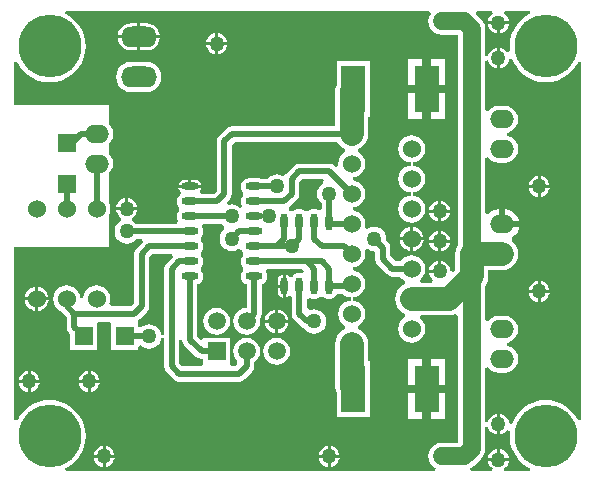
<source format=gbl>
G04 Layer_Physical_Order=2*
G04 Layer_Color=16711680*
%FSLAX25Y25*%
%MOIN*%
G70*
G01*
G75*
%ADD11R,0.05906X0.05906*%
%ADD13R,0.05906X0.05906*%
%ADD17C,0.07874*%
%ADD18C,0.05906*%
%ADD19C,0.01969*%
%ADD20O,0.08000X0.06000*%
%ADD21C,0.06000*%
%ADD22C,0.05906*%
%ADD23C,0.20945*%
%ADD24O,0.12000X0.07000*%
%ADD25C,0.05000*%
%ADD26O,0.05709X0.02362*%
%ADD27R,0.08268X0.15748*%
%ADD28O,0.02362X0.05709*%
G36*
X147414Y141732D02*
X147606Y141337D01*
X147685Y140732D01*
X147110Y140292D01*
X146549Y139560D01*
X146196Y138709D01*
X146142Y138295D01*
X153071D01*
X153016Y138709D01*
X152664Y139560D01*
X152102Y140292D01*
X151528Y140732D01*
X151606Y141337D01*
X151798Y141732D01*
X159970D01*
X160169Y140732D01*
X159902Y140622D01*
X158295Y139637D01*
X156862Y138413D01*
X155639Y136980D01*
X154654Y135373D01*
X153933Y133632D01*
X153493Y131800D01*
X153345Y129921D01*
X153472Y128300D01*
X152496Y127968D01*
X152102Y128481D01*
X151371Y129042D01*
X150520Y129394D01*
X150106Y129449D01*
Y125984D01*
Y122520D01*
X150520Y122574D01*
X151371Y122927D01*
X152102Y123488D01*
X152664Y124219D01*
X153016Y125071D01*
X153090Y125631D01*
X154116Y125766D01*
X154654Y124469D01*
X155639Y122862D01*
X156862Y121429D01*
X158295Y120205D01*
X159902Y119221D01*
X161643Y118500D01*
X163476Y118060D01*
X165354Y117912D01*
X167233Y118060D01*
X169065Y118500D01*
X170807Y119221D01*
X172413Y120205D01*
X173846Y121429D01*
X175070Y122862D01*
X176055Y124469D01*
X176165Y124736D01*
X177165Y124537D01*
Y5384D01*
X176165Y5186D01*
X176055Y5452D01*
X175070Y7059D01*
X173846Y8492D01*
X172413Y9716D01*
X170807Y10701D01*
X169065Y11422D01*
X167233Y11862D01*
X165354Y12009D01*
X163476Y11862D01*
X161643Y11422D01*
X159902Y10701D01*
X158295Y9716D01*
X156862Y8492D01*
X155639Y7059D01*
X154654Y5452D01*
X154116Y4155D01*
X153090Y4290D01*
X153016Y4851D01*
X152664Y5702D01*
X152102Y6433D01*
X151371Y6994D01*
X150520Y7347D01*
X150106Y7401D01*
Y3937D01*
Y473D01*
X150520Y527D01*
X151371Y880D01*
X152102Y1441D01*
X152496Y1953D01*
X153472Y1621D01*
X153345Y0D01*
X153493Y-1879D01*
X153933Y-3711D01*
X154654Y-5452D01*
X155639Y-7059D01*
X156862Y-8492D01*
X158295Y-9716D01*
X159902Y-10701D01*
X160169Y-10811D01*
X159970Y-11811D01*
X151798D01*
X151606Y-11416D01*
X151528Y-10811D01*
X152102Y-10370D01*
X152664Y-9639D01*
X153016Y-8788D01*
X153071Y-8374D01*
X146142D01*
X146196Y-8788D01*
X146549Y-9639D01*
X147110Y-10370D01*
X147685Y-10811D01*
X147606Y-11416D01*
X147414Y-11811D01*
X140367D01*
X140168Y-10811D01*
X140435Y-10701D01*
X141365Y-9987D01*
X143865Y-7487D01*
X143865Y-7487D01*
X144578Y-6557D01*
X145027Y-5473D01*
X145180Y-4311D01*
Y3081D01*
X146180Y3147D01*
X146196Y3023D01*
X146549Y2172D01*
X147110Y1441D01*
X147841Y880D01*
X148693Y527D01*
X149106Y473D01*
Y3937D01*
Y7401D01*
X148693Y7347D01*
X147841Y6994D01*
X147110Y6433D01*
X146549Y5702D01*
X146196Y4851D01*
X146180Y4727D01*
X145180Y4793D01*
Y22530D01*
X146180Y22870D01*
X146479Y22479D01*
X147420Y21758D01*
X148514Y21305D01*
X149689Y21150D01*
X151689D01*
X152864Y21305D01*
X153958Y21758D01*
X154898Y22479D01*
X155620Y23420D01*
X156073Y24514D01*
X156228Y25689D01*
X156073Y26864D01*
X155620Y27958D01*
X154898Y28898D01*
X153958Y29620D01*
X152864Y30073D01*
X152615Y30106D01*
Y31115D01*
X152864Y31147D01*
X153958Y31601D01*
X154898Y32322D01*
X155620Y33262D01*
X156073Y34357D01*
X156228Y35531D01*
X156073Y36706D01*
X155620Y37801D01*
X154898Y38741D01*
X153958Y39462D01*
X152864Y39916D01*
X151689Y40070D01*
X149689D01*
X148514Y39916D01*
X147420Y39462D01*
X146479Y38741D01*
X146180Y38351D01*
X145180Y38690D01*
Y50111D01*
X145438Y50447D01*
X145986Y51770D01*
X146173Y53189D01*
Y55205D01*
X150689D01*
X152108Y55392D01*
X153431Y55940D01*
X154567Y56811D01*
X155438Y57947D01*
X155986Y59270D01*
X155993Y59320D01*
X156073Y59514D01*
X156228Y60689D01*
X156073Y61864D01*
X155993Y62058D01*
X155986Y62108D01*
X155438Y63431D01*
X154567Y64567D01*
X153977Y65019D01*
X154128Y66164D01*
X154195Y66192D01*
X155233Y66988D01*
X156029Y68026D01*
X156530Y69235D01*
X156571Y69547D01*
X150689D01*
Y70531D01*
X149705D01*
Y75543D01*
X149689D01*
X148392Y75372D01*
X147183Y74871D01*
X146180Y74102D01*
X146018Y74126D01*
X145180Y74460D01*
Y92530D01*
X146180Y92870D01*
X146479Y92479D01*
X147420Y91758D01*
X148514Y91305D01*
X149689Y91150D01*
X151689D01*
X152864Y91305D01*
X153958Y91758D01*
X154898Y92479D01*
X155620Y93420D01*
X156073Y94514D01*
X156228Y95689D01*
X156073Y96864D01*
X155620Y97958D01*
X154898Y98898D01*
X153958Y99620D01*
X152864Y100073D01*
X152615Y100106D01*
Y101115D01*
X152864Y101147D01*
X153958Y101601D01*
X154898Y102322D01*
X155620Y103262D01*
X156073Y104357D01*
X156228Y105532D01*
X156073Y106706D01*
X155620Y107801D01*
X154898Y108741D01*
X153958Y109462D01*
X152864Y109916D01*
X151689Y110070D01*
X149689D01*
X148514Y109916D01*
X147420Y109462D01*
X146479Y108741D01*
X146180Y108351D01*
X145180Y108690D01*
Y125128D01*
X146180Y125194D01*
X146196Y125071D01*
X146549Y124219D01*
X147110Y123488D01*
X147841Y122927D01*
X148693Y122574D01*
X149106Y122520D01*
Y125984D01*
Y129449D01*
X148693Y129394D01*
X147841Y129042D01*
X147110Y128481D01*
X146549Y127749D01*
X146196Y126898D01*
X146180Y126775D01*
X145180Y126840D01*
Y135689D01*
X145027Y136851D01*
X144578Y137935D01*
X143865Y138865D01*
X143865Y138865D01*
X141997Y140732D01*
X142411Y141732D01*
X147414D01*
D02*
G37*
G36*
X95940Y97947D02*
X96811Y96811D01*
X97947Y95940D01*
X98470Y95723D01*
Y94641D01*
X98420Y94620D01*
X97479Y93898D01*
X96758Y92958D01*
X96305Y91864D01*
X96150Y90689D01*
X96221Y90154D01*
X95274Y89687D01*
X94980Y89980D01*
X94158Y90529D01*
X93189Y90722D01*
X83189D01*
X82220Y90529D01*
X81398Y89980D01*
X78898Y87480D01*
X78699Y87182D01*
X77832Y86746D01*
X77363Y86825D01*
X76733Y87086D01*
X75689Y87224D01*
X74645Y87086D01*
X73672Y86683D01*
X72836Y86042D01*
X72591Y85722D01*
X70753D01*
X70562Y85801D01*
X69862Y85893D01*
X66516D01*
X65816Y85801D01*
X65164Y85531D01*
X64604Y85101D01*
X64174Y84541D01*
X63904Y83889D01*
X63811Y83189D01*
X63904Y82489D01*
X64174Y81837D01*
X64604Y81277D01*
Y80101D01*
X64174Y79541D01*
X63904Y78889D01*
X63811Y78189D01*
X63904Y77489D01*
X64174Y76837D01*
X64302Y76670D01*
X63542Y76042D01*
X62706Y76683D01*
X61733Y77086D01*
X60689Y77223D01*
X59645Y77086D01*
X59538Y77042D01*
X58972Y77890D01*
X59980Y78898D01*
X60529Y79720D01*
X60722Y80689D01*
Y97140D01*
X61738Y98156D01*
X95853D01*
X95940Y97947D01*
D02*
G37*
G36*
X91460Y85385D02*
X91172Y84183D01*
X90336Y83542D01*
X89695Y82706D01*
X89292Y81733D01*
X89154Y80689D01*
X89292Y79645D01*
X89695Y78672D01*
X90336Y77836D01*
X90656Y77591D01*
Y75837D01*
X89656Y75344D01*
X89541Y75432D01*
X88889Y75703D01*
X88189Y75795D01*
X87489Y75703D01*
X86837Y75432D01*
X86277Y75003D01*
X85101D01*
X84541Y75432D01*
X83889Y75703D01*
X83189Y75795D01*
X82489Y75703D01*
X81837Y75432D01*
X81277Y75003D01*
X80101D01*
X79911Y75149D01*
X79852Y76190D01*
X79920Y76358D01*
X79980Y76398D01*
X82480Y78898D01*
X83029Y79720D01*
X83222Y80689D01*
Y84640D01*
X84238Y85656D01*
X91272D01*
X91460Y85385D01*
D02*
G37*
G36*
X126535Y141732D02*
X127028Y140732D01*
X126799Y140435D01*
X126351Y139351D01*
X126198Y138189D01*
X126351Y137027D01*
X126799Y135943D01*
X127513Y135013D01*
X128443Y134300D01*
X129527Y133851D01*
X130689Y133698D01*
X136198D01*
Y63767D01*
X135940Y63431D01*
X135392Y62108D01*
X135205Y60689D01*
Y55461D01*
X134508Y54763D01*
X133989Y54889D01*
X133507Y55177D01*
X133410Y55914D01*
X133057Y56765D01*
X132496Y57496D01*
X131765Y58057D01*
X130914Y58410D01*
X130500Y58464D01*
Y55000D01*
X130000D01*
Y54500D01*
X126536D01*
X126590Y54086D01*
X126943Y53235D01*
X127504Y52504D01*
X127935Y52173D01*
X127595Y51173D01*
X123838D01*
X123499Y52173D01*
X123898Y52479D01*
X124620Y53420D01*
X125073Y54514D01*
X125228Y55689D01*
X125073Y56864D01*
X124620Y57958D01*
X123898Y58898D01*
X122958Y59620D01*
X121864Y60073D01*
X120689Y60228D01*
X119514Y60073D01*
X118420Y59620D01*
X117480Y58898D01*
X116960Y58222D01*
X115320D01*
X113575Y59967D01*
Y62836D01*
X113382Y63805D01*
X112833Y64627D01*
X112171Y65289D01*
X112223Y65689D01*
X112086Y66733D01*
X111683Y67706D01*
X111042Y68542D01*
X110206Y69183D01*
X109233Y69586D01*
X108189Y69723D01*
X107145Y69586D01*
X106172Y69183D01*
X105947Y69010D01*
X105294Y69387D01*
X105086Y69610D01*
X105228Y70689D01*
X105073Y71864D01*
X104620Y72958D01*
X103898Y73898D01*
X102958Y74620D01*
X101864Y75073D01*
X101017Y75185D01*
Y76193D01*
X101864Y76305D01*
X102958Y76758D01*
X103898Y77479D01*
X104620Y78420D01*
X105073Y79514D01*
X105228Y80689D01*
X105073Y81864D01*
X104620Y82958D01*
X103898Y83898D01*
X102958Y84620D01*
X101864Y85073D01*
X101017Y85185D01*
Y86193D01*
X101864Y86305D01*
X102958Y86758D01*
X103898Y87480D01*
X104620Y88420D01*
X105073Y89514D01*
X105228Y90689D01*
X105073Y91864D01*
X104620Y92958D01*
X103898Y93898D01*
X102958Y94620D01*
X102908Y94641D01*
Y95723D01*
X103431Y95940D01*
X104567Y96811D01*
X105438Y97947D01*
X105986Y99270D01*
X106173Y100689D01*
Y106315D01*
X106913D01*
Y125063D01*
X95646D01*
Y117130D01*
X95392Y116518D01*
X95205Y115098D01*
Y112598D01*
Y103222D01*
X60689D01*
X59720Y103029D01*
X58898Y102480D01*
X56398Y99980D01*
X55849Y99158D01*
X55656Y98189D01*
Y81738D01*
X54640Y80722D01*
X50439D01*
X50169Y81245D01*
X50048Y81722D01*
X50460Y82338D01*
X50530Y82689D01*
X46732D01*
Y83189D01*
D01*
Y82689D01*
X42935D01*
X43005Y82338D01*
X43487Y81616D01*
X43574Y81558D01*
X43632Y81112D01*
X43523Y80390D01*
X43147Y80101D01*
X42717Y79541D01*
X42447Y78889D01*
X42355Y78189D01*
X42447Y77489D01*
X42717Y76837D01*
X43147Y76277D01*
Y75101D01*
X42717Y74541D01*
X42447Y73889D01*
X42355Y73189D01*
X42447Y72489D01*
X42717Y71837D01*
X42805Y71722D01*
X42312Y70722D01*
X28787D01*
X28542Y71042D01*
X27706Y71683D01*
X27551Y71747D01*
X27480Y72516D01*
X27522Y72842D01*
X28185Y73350D01*
X28746Y74081D01*
X29099Y74933D01*
X29153Y75346D01*
X22225D01*
X22279Y74933D01*
X22632Y74081D01*
X23193Y73350D01*
X23856Y72842D01*
X23898Y72516D01*
X23827Y71747D01*
X23672Y71683D01*
X22836Y71042D01*
X22195Y70206D01*
X21792Y69233D01*
X21655Y68189D01*
X21792Y67145D01*
X22195Y66172D01*
X22836Y65336D01*
X23672Y64695D01*
X24645Y64292D01*
X25689Y64154D01*
X26733Y64292D01*
X27706Y64695D01*
X28542Y65336D01*
X28787Y65656D01*
X30660D01*
X31074Y64656D01*
X28898Y62480D01*
X28349Y61658D01*
X28156Y60689D01*
Y44238D01*
X27140Y43222D01*
X20620D01*
X19952Y44222D01*
X20073Y44514D01*
X20228Y45689D01*
X20073Y46864D01*
X19620Y47958D01*
X18898Y48898D01*
X17958Y49620D01*
X16864Y50073D01*
X15689Y50228D01*
X14514Y50073D01*
X13420Y49620D01*
X12479Y48898D01*
X11758Y47958D01*
X11305Y46864D01*
X11193Y46017D01*
X10185D01*
X10073Y46864D01*
X9620Y47958D01*
X8898Y48898D01*
X7958Y49620D01*
X6864Y50073D01*
X5689Y50228D01*
X4514Y50073D01*
X3420Y49620D01*
X2479Y48898D01*
X1758Y47958D01*
X1305Y46864D01*
X1150Y45689D01*
X1305Y44514D01*
X1758Y43420D01*
X2479Y42480D01*
X3420Y41758D01*
X3748Y41622D01*
X3898Y41398D01*
X5656Y39640D01*
Y36299D01*
X5849Y35330D01*
X6398Y34508D01*
X6847Y34060D01*
Y28736D01*
X15752D01*
Y37642D01*
X16539Y38156D01*
X19839D01*
X20626Y37642D01*
X20626Y37156D01*
Y28736D01*
X29531D01*
Y29742D01*
X29854Y29980D01*
X30531Y30186D01*
X31172Y29695D01*
X32145Y29292D01*
X33189Y29155D01*
X34233Y29292D01*
X35206Y29695D01*
X36042Y30336D01*
X36683Y31172D01*
X37086Y32145D01*
X37156Y32677D01*
X38156Y32611D01*
Y23189D01*
X38349Y22220D01*
X38898Y21398D01*
X41398Y18898D01*
X42220Y18349D01*
X43189Y18156D01*
X63189D01*
X64158Y18349D01*
X64980Y18898D01*
X67480Y21398D01*
X68029Y22220D01*
X68222Y23189D01*
Y24520D01*
X68865Y25013D01*
X69578Y25943D01*
X70027Y27027D01*
X70180Y28189D01*
X70027Y29351D01*
X69578Y30435D01*
X68865Y31365D01*
X67935Y32078D01*
X66851Y32527D01*
X65689Y32680D01*
X64527Y32527D01*
X63443Y32078D01*
X62513Y31365D01*
X61800Y30435D01*
X61351Y29351D01*
X61198Y28189D01*
X61351Y27027D01*
X61800Y25943D01*
X62513Y25013D01*
X62526Y25004D01*
X62594Y24018D01*
X61832Y23222D01*
X60929D01*
X60142Y23736D01*
Y32642D01*
X51236D01*
Y32530D01*
X50312Y32148D01*
X49265Y33195D01*
Y50643D01*
X49758Y50847D01*
X50318Y51277D01*
X50748Y51837D01*
X51018Y52489D01*
X51110Y53189D01*
X51018Y53889D01*
X50748Y54541D01*
X50318Y55101D01*
Y56277D01*
X50748Y56837D01*
X51018Y57489D01*
X51110Y58189D01*
X51018Y58889D01*
X50748Y59541D01*
X50318Y60101D01*
Y61277D01*
X50748Y61837D01*
X51018Y62489D01*
X51110Y63189D01*
X51018Y63889D01*
X50748Y64541D01*
X50318Y65101D01*
Y66277D01*
X50748Y66837D01*
X51018Y67489D01*
X51110Y68189D01*
X51018Y68889D01*
X50748Y69541D01*
X50659Y69656D01*
X51152Y70656D01*
X57591D01*
X57836Y70336D01*
X58222Y70040D01*
X58242Y70001D01*
Y68877D01*
X58222Y68838D01*
X57836Y68542D01*
X57195Y67706D01*
X56792Y66733D01*
X56655Y65689D01*
X56792Y64645D01*
X57195Y63672D01*
X57836Y62836D01*
X58672Y62195D01*
X59645Y61792D01*
X60689Y61655D01*
X61733Y61792D01*
X62706Y62195D01*
X62914Y62355D01*
X63064Y62375D01*
X64104Y62007D01*
X64174Y61837D01*
X64604Y61277D01*
Y60101D01*
X64174Y59541D01*
X63904Y58889D01*
X63811Y58189D01*
X63904Y57489D01*
X64174Y56837D01*
X64604Y56277D01*
Y55101D01*
X64174Y54541D01*
X63904Y53889D01*
X63811Y53189D01*
X63904Y52489D01*
X64174Y51837D01*
X64604Y51277D01*
X65164Y50847D01*
X65656Y50643D01*
Y42676D01*
X64527Y42527D01*
X63443Y42078D01*
X62513Y41365D01*
X61800Y40435D01*
X61351Y39351D01*
X61198Y38189D01*
X61351Y37027D01*
X61800Y35943D01*
X62513Y35013D01*
X63443Y34299D01*
X64527Y33851D01*
X65689Y33698D01*
X66851Y33851D01*
X67935Y34299D01*
X68865Y35013D01*
X69578Y35943D01*
X70027Y37027D01*
X70180Y38189D01*
X70069Y39031D01*
X70529Y39720D01*
X70722Y40689D01*
Y50643D01*
X71214Y50847D01*
X71774Y51277D01*
X72204Y51837D01*
X72474Y52489D01*
X72566Y53189D01*
X72474Y53889D01*
X72204Y54541D01*
X72116Y54656D01*
X72609Y55656D01*
X84270D01*
X85017Y54812D01*
X85016Y54808D01*
X83908Y54238D01*
X83889Y54246D01*
X83189Y54338D01*
X82489Y54246D01*
X81837Y53976D01*
X81277Y53546D01*
X80988Y53170D01*
X80266Y53061D01*
X79820Y53119D01*
X79761Y53206D01*
X79040Y53688D01*
X78689Y53758D01*
Y49961D01*
Y46163D01*
X79040Y46233D01*
X79656Y46644D01*
X80133Y46524D01*
X80656Y46254D01*
Y40689D01*
X80849Y39720D01*
X81398Y38898D01*
X83898Y36398D01*
X84720Y35849D01*
X84983Y35796D01*
X85336Y35336D01*
X86172Y34695D01*
X87145Y34292D01*
X88189Y34154D01*
X89233Y34292D01*
X90206Y34695D01*
X91042Y35336D01*
X91683Y36172D01*
X92086Y37145D01*
X92224Y38189D01*
X92086Y39233D01*
X91683Y40206D01*
X91042Y41042D01*
X90206Y41683D01*
X89233Y42086D01*
X88189Y42224D01*
X87145Y42086D01*
X86722Y41911D01*
X85722Y42540D01*
Y45540D01*
X86722Y46034D01*
X86837Y45946D01*
X87489Y45675D01*
X88189Y45583D01*
X88889Y45675D01*
X89541Y45946D01*
X90101Y46375D01*
X91277D01*
X91837Y45946D01*
X92489Y45675D01*
X93189Y45583D01*
X93889Y45675D01*
X94541Y45946D01*
X95101Y46375D01*
X95531Y46935D01*
X95735Y47428D01*
X97547D01*
X98420Y46758D01*
X99514Y46305D01*
X100034Y46236D01*
X100361Y46193D01*
Y45185D01*
X100034Y45142D01*
X99514Y45073D01*
X98420Y44620D01*
X97479Y43898D01*
X96758Y42958D01*
X96305Y41864D01*
X96150Y40689D01*
X96305Y39514D01*
X96758Y38420D01*
X97479Y37479D01*
X98420Y36758D01*
X98470Y36737D01*
Y35655D01*
X97947Y35438D01*
X96811Y34567D01*
X95940Y33431D01*
X95392Y32108D01*
X95205Y30689D01*
Y16280D01*
X95392Y14860D01*
X95646Y14248D01*
Y6315D01*
X106913D01*
Y25063D01*
X106173D01*
Y30689D01*
X105986Y32108D01*
X105438Y33431D01*
X104567Y34567D01*
X103431Y35438D01*
X102908Y35655D01*
Y36737D01*
X102958Y36758D01*
X103898Y37479D01*
X104620Y38420D01*
X105073Y39514D01*
X105228Y40689D01*
X105073Y41864D01*
X104620Y42958D01*
X103898Y43898D01*
X102958Y44620D01*
X101864Y45073D01*
X101343Y45142D01*
X101017Y45185D01*
Y46193D01*
X101343Y46236D01*
X101864Y46305D01*
X102958Y46758D01*
X103898Y47480D01*
X104620Y48420D01*
X105073Y49514D01*
X105228Y50689D01*
X105073Y51864D01*
X104620Y52958D01*
X103898Y53898D01*
X102958Y54620D01*
X101864Y55073D01*
X101017Y55185D01*
Y56193D01*
X101864Y56305D01*
X102958Y56758D01*
X103898Y57480D01*
X104620Y58420D01*
X105073Y59514D01*
X105228Y60689D01*
X105086Y61768D01*
X105294Y61991D01*
X105947Y62367D01*
X106172Y62195D01*
X107145Y61792D01*
X108189Y61655D01*
X108509Y61374D01*
Y58918D01*
X108702Y57949D01*
X109251Y57127D01*
X112480Y53898D01*
X113302Y53349D01*
X114271Y53156D01*
X116960D01*
X117480Y52479D01*
X118420Y51758D01*
X118470Y51737D01*
Y50655D01*
X117947Y50438D01*
X116811Y49567D01*
X115940Y48431D01*
X115392Y47108D01*
X115205Y45689D01*
X115392Y44270D01*
X115940Y42947D01*
X116811Y41811D01*
X117947Y40940D01*
X118470Y40723D01*
Y39641D01*
X118420Y39620D01*
X117480Y38898D01*
X116758Y37958D01*
X116305Y36864D01*
X116150Y35689D01*
X116305Y34514D01*
X116758Y33420D01*
X117480Y32480D01*
X118420Y31758D01*
X119514Y31305D01*
X120689Y31150D01*
X121864Y31305D01*
X122958Y31758D01*
X123898Y32480D01*
X124620Y33420D01*
X125073Y34514D01*
X125228Y35689D01*
X125073Y36864D01*
X124620Y37958D01*
X123898Y38898D01*
X123499Y39205D01*
X123838Y40205D01*
X133189D01*
X134608Y40392D01*
X135270Y40666D01*
X136198Y39968D01*
Y-2320D01*
X130689D01*
X129527Y-2473D01*
X128443Y-2922D01*
X127513Y-3635D01*
X126799Y-4565D01*
X126351Y-5649D01*
X126198Y-6811D01*
X126351Y-7973D01*
X126799Y-9057D01*
X127513Y-9987D01*
X128443Y-10701D01*
X128710Y-10811D01*
X128511Y-11811D01*
X5384Y-11811D01*
X5185Y-10811D01*
X5452Y-10701D01*
X7059Y-9716D01*
X8492Y-8492D01*
X9716Y-7059D01*
X10701Y-5452D01*
X11422Y-3711D01*
X11862Y-1879D01*
X12009Y0D01*
X11862Y1879D01*
X11422Y3711D01*
X10701Y5452D01*
X9716Y7059D01*
X8492Y8492D01*
X7059Y9716D01*
X5452Y10701D01*
X3711Y11422D01*
X1879Y11862D01*
X0Y12009D01*
X-1879Y11862D01*
X-3711Y11422D01*
X-5452Y10701D01*
X-7059Y9716D01*
X-8492Y8492D01*
X-9716Y7059D01*
X-10701Y5452D01*
X-10811Y5185D01*
X-11811Y5384D01*
Y62992D01*
X19685D01*
Y73577D01*
X20073Y74514D01*
X20228Y75689D01*
X20073Y76864D01*
X19685Y77801D01*
Y87473D01*
X19898Y87637D01*
X20620Y88577D01*
X21073Y89672D01*
X21228Y90847D01*
X21073Y92021D01*
X20620Y93116D01*
X19898Y94056D01*
X19685Y94220D01*
Y97316D01*
X19898Y97479D01*
X20620Y98420D01*
X21073Y99514D01*
X21228Y100689D01*
X21073Y101864D01*
X20620Y102958D01*
X19898Y103898D01*
X19685Y104062D01*
Y110236D01*
X-11811D01*
Y124537D01*
X-10811Y124736D01*
X-10701Y124469D01*
X-9716Y122862D01*
X-8492Y121429D01*
X-7059Y120205D01*
X-5452Y119221D01*
X-3711Y118500D01*
X-1879Y118060D01*
X0Y117912D01*
X1879Y118060D01*
X3711Y118500D01*
X5452Y119221D01*
X7059Y120205D01*
X8492Y121429D01*
X9716Y122862D01*
X10701Y124469D01*
X11422Y126210D01*
X11862Y128043D01*
X12009Y129921D01*
X11862Y131800D01*
X11422Y133632D01*
X10701Y135373D01*
X9716Y136980D01*
X8492Y138413D01*
X7059Y139637D01*
X5452Y140622D01*
X5185Y140732D01*
X5384Y141732D01*
X126535Y141732D01*
D02*
G37*
G36*
X41074Y59656D02*
X38898Y57480D01*
X38349Y56658D01*
X38156Y55689D01*
Y33767D01*
X37156Y33701D01*
X37086Y34233D01*
X36683Y35206D01*
X36042Y36042D01*
X35206Y36683D01*
X34233Y37086D01*
X33189Y37224D01*
X32145Y37086D01*
X31172Y36683D01*
X30531Y36192D01*
X29854Y36398D01*
X29531Y36636D01*
Y37481D01*
X29531Y37642D01*
X29572Y38625D01*
X29980Y38898D01*
X32480Y41398D01*
X33029Y42220D01*
X33222Y43189D01*
Y59640D01*
X34238Y60656D01*
X40660D01*
X41074Y59656D01*
D02*
G37*
G36*
X44392Y31176D02*
X44941Y30355D01*
X48898Y26398D01*
X49720Y25849D01*
X50689Y25656D01*
X51236D01*
Y23736D01*
X50449Y23222D01*
X44238D01*
X43222Y24238D01*
Y31934D01*
X44222Y32032D01*
X44392Y31176D01*
D02*
G37*
%LPC*%
G36*
X153071Y137295D02*
X150106D01*
Y134331D01*
X150520Y134385D01*
X151371Y134738D01*
X152102Y135299D01*
X152664Y136030D01*
X153016Y136882D01*
X153071Y137295D01*
D02*
G37*
G36*
X149106D02*
X146142D01*
X146196Y136882D01*
X146549Y136030D01*
X147110Y135299D01*
X147841Y134738D01*
X148693Y134385D01*
X149106Y134331D01*
Y137295D01*
D02*
G37*
G36*
X163689Y86653D02*
Y83689D01*
X166653D01*
X166599Y84103D01*
X166246Y84954D01*
X165685Y85685D01*
X164954Y86246D01*
X164103Y86599D01*
X163689Y86653D01*
D02*
G37*
G36*
X162689D02*
X162275Y86599D01*
X161424Y86246D01*
X160693Y85685D01*
X160132Y84954D01*
X159779Y84103D01*
X159725Y83689D01*
X162689D01*
Y86653D01*
D02*
G37*
G36*
X166653Y82689D02*
X163689D01*
Y79725D01*
X164103Y79779D01*
X164954Y80132D01*
X165685Y80693D01*
X166246Y81424D01*
X166599Y82275D01*
X166653Y82689D01*
D02*
G37*
G36*
X162689D02*
X159725D01*
X159779Y82275D01*
X160132Y81424D01*
X160693Y80693D01*
X161424Y80132D01*
X162275Y79779D01*
X162689Y79725D01*
Y82689D01*
D02*
G37*
G36*
X151689Y75543D02*
X151673D01*
Y71516D01*
X156571D01*
X156530Y71829D01*
X156029Y73037D01*
X155233Y74075D01*
X154195Y74871D01*
X152986Y75372D01*
X151689Y75543D01*
D02*
G37*
G36*
X163689Y51653D02*
Y48689D01*
X166653D01*
X166599Y49103D01*
X166246Y49954D01*
X165685Y50685D01*
X164954Y51246D01*
X164103Y51599D01*
X163689Y51653D01*
D02*
G37*
G36*
X162689D02*
X162275Y51599D01*
X161424Y51246D01*
X160693Y50685D01*
X160132Y49954D01*
X159779Y49103D01*
X159725Y48689D01*
X162689D01*
Y51653D01*
D02*
G37*
G36*
X166653Y47689D02*
X163689D01*
Y44725D01*
X164103Y44779D01*
X164954Y45132D01*
X165685Y45693D01*
X166246Y46424D01*
X166599Y47275D01*
X166653Y47689D01*
D02*
G37*
G36*
X162689D02*
X159725D01*
X159779Y47275D01*
X160132Y46424D01*
X160693Y45693D01*
X161424Y45132D01*
X162275Y44779D01*
X162689Y44725D01*
Y47689D01*
D02*
G37*
G36*
X150106Y-4410D02*
Y-7374D01*
X153071D01*
X153016Y-6960D01*
X152664Y-6109D01*
X152102Y-5378D01*
X151371Y-4817D01*
X150520Y-4464D01*
X150106Y-4410D01*
D02*
G37*
G36*
X149106D02*
X148693Y-4464D01*
X147841Y-4817D01*
X147110Y-5378D01*
X146549Y-6109D01*
X146196Y-6960D01*
X146142Y-7374D01*
X149106D01*
Y-4410D01*
D02*
G37*
G36*
X32189Y137614D02*
X30189D01*
Y133575D01*
X36662D01*
X36573Y134249D01*
X36120Y135344D01*
X35398Y136284D01*
X34458Y137005D01*
X33364Y137459D01*
X32189Y137614D01*
D02*
G37*
G36*
X29189D02*
X27189D01*
X26014Y137459D01*
X24920Y137005D01*
X23979Y136284D01*
X23258Y135344D01*
X22805Y134249D01*
X22716Y133575D01*
X29189D01*
Y137614D01*
D02*
G37*
G36*
X56189Y134311D02*
Y131346D01*
X59153D01*
X59099Y131760D01*
X58746Y132612D01*
X58185Y133343D01*
X57454Y133904D01*
X56603Y134256D01*
X56189Y134311D01*
D02*
G37*
G36*
X55189D02*
X54775Y134256D01*
X53924Y133904D01*
X53193Y133343D01*
X52632Y132612D01*
X52279Y131760D01*
X52225Y131346D01*
X55189D01*
Y134311D01*
D02*
G37*
G36*
X36662Y132575D02*
X30189D01*
Y128536D01*
X32189D01*
X33364Y128691D01*
X34458Y129144D01*
X35398Y129865D01*
X36120Y130805D01*
X36573Y131900D01*
X36662Y132575D01*
D02*
G37*
G36*
X29189D02*
X22716D01*
X22805Y131900D01*
X23258Y130805D01*
X23979Y129865D01*
X24920Y129144D01*
X26014Y128691D01*
X27189Y128536D01*
X29189D01*
Y132575D01*
D02*
G37*
G36*
X59153Y130347D02*
X56189D01*
Y127382D01*
X56603Y127437D01*
X57454Y127789D01*
X58185Y128350D01*
X58746Y129081D01*
X59099Y129933D01*
X59153Y130347D01*
D02*
G37*
G36*
X55189D02*
X52225D01*
X52279Y129933D01*
X52632Y129081D01*
X53193Y128350D01*
X53924Y127789D01*
X54775Y127437D01*
X55189Y127382D01*
Y130347D01*
D02*
G37*
G36*
X131791Y125531D02*
X127165D01*
Y117165D01*
X131791D01*
Y125531D01*
D02*
G37*
G36*
X124213D02*
X119587D01*
Y117165D01*
X124213D01*
Y125531D01*
D02*
G37*
G36*
X32189Y124732D02*
X27189D01*
X25884Y124560D01*
X24667Y124056D01*
X23623Y123255D01*
X22821Y122211D01*
X22318Y120994D01*
X22146Y119689D01*
X22318Y118384D01*
X22821Y117167D01*
X23623Y116123D01*
X24667Y115322D01*
X25884Y114818D01*
X27189Y114646D01*
X32189D01*
X33494Y114818D01*
X34711Y115322D01*
X35755Y116123D01*
X36557Y117167D01*
X37060Y118384D01*
X37232Y119689D01*
X37060Y120994D01*
X36557Y122211D01*
X35755Y123255D01*
X34711Y124056D01*
X33494Y124560D01*
X32189Y124732D01*
D02*
G37*
G36*
X131791Y114213D02*
X127165D01*
Y105847D01*
X131791D01*
Y114213D01*
D02*
G37*
G36*
X124213D02*
X119587D01*
Y105847D01*
X124213D01*
Y114213D01*
D02*
G37*
G36*
X48406Y85413D02*
X47232D01*
Y83689D01*
X50530D01*
X50460Y84040D01*
X49978Y84762D01*
X49257Y85243D01*
X48406Y85413D01*
D02*
G37*
G36*
X46232D02*
X45059D01*
X44208Y85243D01*
X43487Y84762D01*
X43005Y84040D01*
X42935Y83689D01*
X46232D01*
Y85413D01*
D02*
G37*
G36*
X26189Y79311D02*
Y76346D01*
X29153D01*
X29099Y76760D01*
X28746Y77612D01*
X28185Y78343D01*
X27454Y78904D01*
X26603Y79256D01*
X26189Y79311D01*
D02*
G37*
G36*
X25189D02*
X24775Y79256D01*
X23924Y78904D01*
X23193Y78343D01*
X22632Y77612D01*
X22279Y76760D01*
X22225Y76346D01*
X25189D01*
Y79311D01*
D02*
G37*
G36*
X130500Y78464D02*
Y75500D01*
X133464D01*
X133410Y75914D01*
X133057Y76765D01*
X132496Y77496D01*
X131765Y78057D01*
X130914Y78410D01*
X130500Y78464D01*
D02*
G37*
G36*
X129500D02*
X129086Y78410D01*
X128235Y78057D01*
X127504Y77496D01*
X126943Y76765D01*
X126590Y75914D01*
X126536Y75500D01*
X129500D01*
Y78464D01*
D02*
G37*
G36*
X133464Y74500D02*
X130500D01*
Y71536D01*
X130914Y71590D01*
X131765Y71943D01*
X132496Y72504D01*
X133057Y73235D01*
X133410Y74086D01*
X133464Y74500D01*
D02*
G37*
G36*
X129500D02*
X126536D01*
X126590Y74086D01*
X126943Y73235D01*
X127504Y72504D01*
X128235Y71943D01*
X129086Y71590D01*
X129500Y71536D01*
Y74500D01*
D02*
G37*
G36*
X120689Y100228D02*
X119514Y100073D01*
X118420Y99620D01*
X117480Y98898D01*
X116758Y97958D01*
X116305Y96864D01*
X116150Y95689D01*
X116305Y94514D01*
X116758Y93420D01*
X117480Y92479D01*
X118420Y91758D01*
X119514Y91305D01*
X120035Y91236D01*
X120361Y91193D01*
Y90185D01*
X120035Y90142D01*
X119514Y90073D01*
X118420Y89620D01*
X117480Y88898D01*
X116758Y87958D01*
X116305Y86864D01*
X116150Y85689D01*
X116305Y84514D01*
X116758Y83420D01*
X117480Y82480D01*
X118420Y81758D01*
X119514Y81305D01*
X120035Y81236D01*
X120361Y81193D01*
Y80185D01*
X120035Y80142D01*
X119514Y80073D01*
X118420Y79620D01*
X117480Y78898D01*
X116758Y77958D01*
X116305Y76864D01*
X116150Y75689D01*
X116305Y74514D01*
X116758Y73420D01*
X117480Y72479D01*
X118420Y71758D01*
X119514Y71305D01*
X120689Y71150D01*
X121864Y71305D01*
X122958Y71758D01*
X123898Y72479D01*
X124620Y73420D01*
X125073Y74514D01*
X125228Y75689D01*
X125073Y76864D01*
X124620Y77958D01*
X123898Y78898D01*
X122958Y79620D01*
X121864Y80073D01*
X121344Y80142D01*
X121017Y80185D01*
Y81193D01*
X121343Y81236D01*
X121864Y81305D01*
X122958Y81758D01*
X123898Y82480D01*
X124620Y83420D01*
X125073Y84514D01*
X125228Y85689D01*
X125073Y86864D01*
X124620Y87958D01*
X123898Y88898D01*
X122958Y89620D01*
X121864Y90073D01*
X121344Y90142D01*
X121017Y90185D01*
Y91193D01*
X121343Y91236D01*
X121864Y91305D01*
X122958Y91758D01*
X123898Y92479D01*
X124620Y93420D01*
X125073Y94514D01*
X125228Y95689D01*
X125073Y96864D01*
X124620Y97958D01*
X123898Y98898D01*
X122958Y99620D01*
X121864Y100073D01*
X120689Y100228D01*
D02*
G37*
G36*
X121189Y69658D02*
Y66189D01*
X124658D01*
X124586Y66733D01*
X124183Y67706D01*
X123542Y68542D01*
X122706Y69183D01*
X121733Y69586D01*
X121189Y69658D01*
D02*
G37*
G36*
X120189D02*
X119645Y69586D01*
X118672Y69183D01*
X117836Y68542D01*
X117195Y67706D01*
X116792Y66733D01*
X116720Y66189D01*
X120189D01*
Y69658D01*
D02*
G37*
G36*
X130500Y68464D02*
Y65500D01*
X133464D01*
X133410Y65914D01*
X133057Y66765D01*
X132496Y67496D01*
X131765Y68057D01*
X130914Y68410D01*
X130500Y68464D01*
D02*
G37*
G36*
X129500D02*
X129086Y68410D01*
X128235Y68057D01*
X127504Y67496D01*
X126943Y66765D01*
X126590Y65914D01*
X126536Y65500D01*
X129500D01*
Y68464D01*
D02*
G37*
G36*
X124658Y65189D02*
X121189D01*
Y61720D01*
X121733Y61792D01*
X122706Y62195D01*
X123542Y62836D01*
X124183Y63672D01*
X124586Y64645D01*
X124658Y65189D01*
D02*
G37*
G36*
X120189D02*
X116720D01*
X116792Y64645D01*
X117195Y63672D01*
X117836Y62836D01*
X118672Y62195D01*
X119645Y61792D01*
X120189Y61720D01*
Y65189D01*
D02*
G37*
G36*
X133464Y64500D02*
X130500D01*
Y61536D01*
X130914Y61590D01*
X131765Y61943D01*
X132496Y62504D01*
X133057Y63235D01*
X133410Y64086D01*
X133464Y64500D01*
D02*
G37*
G36*
X129500D02*
X126536D01*
X126590Y64086D01*
X126943Y63235D01*
X127504Y62504D01*
X128235Y61943D01*
X129086Y61590D01*
X129500Y61536D01*
Y64500D01*
D02*
G37*
G36*
Y58464D02*
X129086Y58410D01*
X128235Y58057D01*
X127504Y57496D01*
X126943Y56765D01*
X126590Y55914D01*
X126536Y55500D01*
X129500D01*
Y58464D01*
D02*
G37*
G36*
X77689Y53758D02*
X77338Y53688D01*
X76617Y53206D01*
X76134Y52485D01*
X75965Y51634D01*
Y50461D01*
X77689D01*
Y53758D01*
D02*
G37*
G36*
X-3811Y49658D02*
Y46189D01*
X-342D01*
X-414Y46733D01*
X-817Y47706D01*
X-1458Y48542D01*
X-2294Y49183D01*
X-3267Y49586D01*
X-3811Y49658D01*
D02*
G37*
G36*
X-4811D02*
X-5355Y49586D01*
X-6328Y49183D01*
X-7164Y48542D01*
X-7805Y47706D01*
X-8208Y46733D01*
X-8280Y46189D01*
X-4811D01*
Y49658D01*
D02*
G37*
G36*
X77689Y49461D02*
X75965D01*
Y48287D01*
X76134Y47436D01*
X76617Y46715D01*
X77338Y46233D01*
X77689Y46163D01*
Y49461D01*
D02*
G37*
G36*
X-342Y45189D02*
X-3811D01*
Y41720D01*
X-3267Y41792D01*
X-2294Y42195D01*
X-1458Y42836D01*
X-817Y43672D01*
X-414Y44645D01*
X-342Y45189D01*
D02*
G37*
G36*
X-4811D02*
X-8280D01*
X-8208Y44645D01*
X-7805Y43672D01*
X-7164Y42836D01*
X-6328Y42195D01*
X-5355Y41792D01*
X-4811Y41720D01*
Y45189D01*
D02*
G37*
G36*
X76189Y42110D02*
Y38689D01*
X79610D01*
X79540Y39221D01*
X79142Y40182D01*
X78508Y41008D01*
X77682Y41642D01*
X76721Y42040D01*
X76189Y42110D01*
D02*
G37*
G36*
X75189D02*
X74657Y42040D01*
X73696Y41642D01*
X72870Y41008D01*
X72236Y40182D01*
X71838Y39221D01*
X71768Y38689D01*
X75189D01*
Y42110D01*
D02*
G37*
G36*
X79610Y37689D02*
X76189D01*
Y34268D01*
X76721Y34338D01*
X77682Y34736D01*
X78508Y35370D01*
X79142Y36195D01*
X79540Y37157D01*
X79610Y37689D01*
D02*
G37*
G36*
X75189D02*
X71768D01*
X71838Y37157D01*
X72236Y36195D01*
X72870Y35370D01*
X73696Y34736D01*
X74657Y34338D01*
X75189Y34268D01*
Y37689D01*
D02*
G37*
G36*
X55689Y42680D02*
X54527Y42527D01*
X53443Y42078D01*
X52513Y41365D01*
X51799Y40435D01*
X51351Y39351D01*
X51198Y38189D01*
X51351Y37027D01*
X51799Y35943D01*
X52513Y35013D01*
X53443Y34299D01*
X54527Y33851D01*
X55689Y33698D01*
X56851Y33851D01*
X57935Y34299D01*
X58865Y35013D01*
X59578Y35943D01*
X60027Y37027D01*
X60180Y38189D01*
X60027Y39351D01*
X59578Y40435D01*
X58865Y41365D01*
X57935Y42078D01*
X56851Y42527D01*
X55689Y42680D01*
D02*
G37*
G36*
X75689Y32680D02*
X74527Y32527D01*
X73443Y32078D01*
X72513Y31365D01*
X71799Y30435D01*
X71351Y29351D01*
X71198Y28189D01*
X71351Y27027D01*
X71799Y25943D01*
X72513Y25013D01*
X73443Y24299D01*
X74527Y23851D01*
X75689Y23698D01*
X76851Y23851D01*
X77935Y24299D01*
X78865Y25013D01*
X79578Y25943D01*
X80027Y27027D01*
X80180Y28189D01*
X80027Y29351D01*
X79578Y30435D01*
X78865Y31365D01*
X77935Y32078D01*
X76851Y32527D01*
X75689Y32680D01*
D02*
G37*
G36*
X13689Y21653D02*
Y18689D01*
X16653D01*
X16599Y19103D01*
X16246Y19954D01*
X15685Y20685D01*
X14954Y21246D01*
X14103Y21599D01*
X13689Y21653D01*
D02*
G37*
G36*
X12689D02*
X12275Y21599D01*
X11424Y21246D01*
X10693Y20685D01*
X10132Y19954D01*
X9779Y19103D01*
X9725Y18689D01*
X12689D01*
Y21653D01*
D02*
G37*
G36*
X-6311D02*
Y18689D01*
X-3347D01*
X-3401Y19103D01*
X-3754Y19954D01*
X-4315Y20685D01*
X-5046Y21246D01*
X-5897Y21599D01*
X-6311Y21653D01*
D02*
G37*
G36*
X-7311D02*
X-7725Y21599D01*
X-8576Y21246D01*
X-9307Y20685D01*
X-9868Y19954D01*
X-10221Y19103D01*
X-10275Y18689D01*
X-7311D01*
Y21653D01*
D02*
G37*
G36*
X131791Y25532D02*
X127165D01*
Y17165D01*
X131791D01*
Y25532D01*
D02*
G37*
G36*
X124213D02*
X119587D01*
Y17165D01*
X124213D01*
Y25532D01*
D02*
G37*
G36*
X16653Y17689D02*
X13689D01*
Y14725D01*
X14103Y14779D01*
X14954Y15132D01*
X15685Y15693D01*
X16246Y16424D01*
X16599Y17275D01*
X16653Y17689D01*
D02*
G37*
G36*
X12689D02*
X9725D01*
X9779Y17275D01*
X10132Y16424D01*
X10693Y15693D01*
X11424Y15132D01*
X12275Y14779D01*
X12689Y14725D01*
Y17689D01*
D02*
G37*
G36*
X-3347D02*
X-6311D01*
Y14725D01*
X-5897Y14779D01*
X-5046Y15132D01*
X-4315Y15693D01*
X-3754Y16424D01*
X-3401Y17275D01*
X-3347Y17689D01*
D02*
G37*
G36*
X-7311D02*
X-10275D01*
X-10221Y17275D01*
X-9868Y16424D01*
X-9307Y15693D01*
X-8576Y15132D01*
X-7725Y14779D01*
X-7311Y14725D01*
Y17689D01*
D02*
G37*
G36*
X131791Y14213D02*
X127165D01*
Y5847D01*
X131791D01*
Y14213D01*
D02*
G37*
G36*
X124213D02*
X119587D01*
Y5847D01*
X124213D01*
Y14213D01*
D02*
G37*
G36*
X93689Y-3347D02*
Y-6311D01*
X96653D01*
X96599Y-5897D01*
X96246Y-5046D01*
X95685Y-4315D01*
X94954Y-3754D01*
X94103Y-3401D01*
X93689Y-3347D01*
D02*
G37*
G36*
X92689D02*
X92275Y-3401D01*
X91424Y-3754D01*
X90693Y-4315D01*
X90132Y-5046D01*
X89779Y-5897D01*
X89725Y-6311D01*
X92689D01*
Y-3347D01*
D02*
G37*
G36*
X18689D02*
Y-6311D01*
X21653D01*
X21599Y-5897D01*
X21246Y-5046D01*
X20685Y-4315D01*
X19954Y-3754D01*
X19103Y-3401D01*
X18689Y-3347D01*
D02*
G37*
G36*
X17689D02*
X17275Y-3401D01*
X16424Y-3754D01*
X15693Y-4315D01*
X15132Y-5046D01*
X14779Y-5897D01*
X14725Y-6311D01*
X17689D01*
Y-3347D01*
D02*
G37*
G36*
X96653Y-7311D02*
X93689D01*
Y-10275D01*
X94103Y-10221D01*
X94954Y-9868D01*
X95685Y-9307D01*
X96246Y-8576D01*
X96599Y-7725D01*
X96653Y-7311D01*
D02*
G37*
G36*
X92689D02*
X89725D01*
X89779Y-7725D01*
X90132Y-8576D01*
X90693Y-9307D01*
X91424Y-9868D01*
X92275Y-10221D01*
X92689Y-10275D01*
Y-7311D01*
D02*
G37*
G36*
X21653D02*
X18689D01*
Y-10275D01*
X19103Y-10221D01*
X19954Y-9868D01*
X20685Y-9307D01*
X21246Y-8576D01*
X21599Y-7725D01*
X21653Y-7311D01*
D02*
G37*
G36*
X17689D02*
X14725D01*
X14779Y-7725D01*
X15132Y-8576D01*
X15693Y-9307D01*
X16424Y-9868D01*
X17275Y-10221D01*
X17689Y-10275D01*
Y-7311D01*
D02*
G37*
%LPD*%
D11*
X5689Y83957D02*
D03*
Y97736D02*
D03*
D13*
X25079Y33189D02*
D03*
X11299D02*
D03*
X55689Y28189D02*
D03*
D17*
X100689Y16280D02*
Y30689D01*
Y112598D02*
X101279Y113189D01*
X100689Y100689D02*
Y112598D01*
Y115098D01*
X140689Y60689D02*
X150689D01*
X120689Y45689D02*
X133189D01*
X140689Y53189D01*
Y60689D01*
D18*
X138189Y-6811D02*
X140689Y-4311D01*
X130689Y-6811D02*
X138189D01*
X130689Y138189D02*
X138189D01*
X140689Y135689D01*
Y60689D02*
Y135689D01*
Y-4311D02*
Y53189D01*
D19*
X5689Y75689D02*
Y83957D01*
X10531Y100689D02*
X15689D01*
X7579Y97736D02*
X10531Y100689D01*
X5689Y97736D02*
X7579D01*
X15689Y75689D02*
Y90847D01*
X33189Y63189D02*
X46732D01*
X30689Y60689D02*
X33189Y63189D01*
X46732Y32146D02*
Y53189D01*
Y32146D02*
X50689Y28189D01*
X55689D01*
X43189Y58189D02*
X46732D01*
X40689Y55689D02*
X43189Y58189D01*
X63189Y20689D02*
X65689Y23189D01*
Y28189D01*
X68189Y83189D02*
X75689D01*
X46732Y78189D02*
X55689D01*
X58189Y80689D01*
Y98189D01*
X60689Y100689D01*
X100689D01*
X5689Y43189D02*
Y45689D01*
Y43189D02*
X8189Y40689D01*
X28189D01*
X30689Y43189D01*
Y60689D01*
X8189Y36299D02*
Y40689D01*
Y36299D02*
X11299Y33189D01*
X63189Y68189D02*
X68189D01*
X60689Y65689D02*
X63189Y68189D01*
X25689D02*
X46732D01*
X40689Y23189D02*
Y55689D01*
Y23189D02*
X43189Y20689D01*
X63189D01*
X25079Y33189D02*
X33189D01*
X46732Y73189D02*
X60689D01*
X68189Y63189D02*
X75689D01*
X78189Y65689D01*
Y71417D01*
X75689Y63189D02*
X80689D01*
X83189Y65689D01*
Y71417D01*
X68189Y58189D02*
X85689D01*
X88189Y55689D01*
Y49961D02*
Y55689D01*
X85689Y58189D02*
X90689D01*
X93189Y55689D01*
Y49961D02*
Y55689D01*
X88189Y65689D02*
Y71417D01*
Y65689D02*
X90689Y63189D01*
X98189D01*
X100689Y60689D01*
X93189Y49961D02*
X99961D01*
X83189Y40689D02*
Y49961D01*
Y40689D02*
X85689Y38189D01*
X88189D01*
X68189Y78189D02*
X78189D01*
X80689Y80689D01*
X93189Y71417D02*
X93917Y70689D01*
X100689D01*
X93189D02*
Y80689D01*
X65689Y38189D02*
X68189Y40689D01*
Y53189D01*
X93189Y88189D02*
X100689Y80689D01*
X80689D02*
Y85689D01*
X83189Y88189D01*
X93189D01*
X114271Y55689D02*
X120689D01*
X111042Y58918D02*
X114271Y55689D01*
X111042Y58918D02*
Y62836D01*
X108189Y65689D02*
X111042Y62836D01*
D20*
X15689Y90847D02*
D03*
Y100689D02*
D03*
X150689Y105532D02*
D03*
Y95689D02*
D03*
Y35531D02*
D03*
Y25689D02*
D03*
Y70531D02*
D03*
Y60689D02*
D03*
D21*
X15689Y75689D02*
D03*
X5689D02*
D03*
X-4311D02*
D03*
Y45689D02*
D03*
X5689D02*
D03*
X15689D02*
D03*
X100689Y30689D02*
D03*
X120689Y95689D02*
D03*
Y85689D02*
D03*
Y75689D02*
D03*
Y65689D02*
D03*
Y55689D02*
D03*
Y45689D02*
D03*
Y35689D02*
D03*
X100689Y90689D02*
D03*
Y80689D02*
D03*
Y70689D02*
D03*
Y60689D02*
D03*
Y50689D02*
D03*
Y40689D02*
D03*
Y100689D02*
D03*
D22*
X75689Y38189D02*
D03*
Y28189D02*
D03*
X65689Y38189D02*
D03*
Y28189D02*
D03*
X55689Y38189D02*
D03*
D23*
X0Y0D02*
D03*
X165354D02*
D03*
Y129921D02*
D03*
X0D02*
D03*
D24*
X29689Y133075D02*
D03*
Y119689D02*
D03*
D25*
X55689Y130847D02*
D03*
X25689Y75846D02*
D03*
X163189Y83189D02*
D03*
Y48189D02*
D03*
X93189Y-6811D02*
D03*
X149606Y-7874D02*
D03*
X18189Y-6811D02*
D03*
X13189Y18189D02*
D03*
X-6811D02*
D03*
X75689Y83189D02*
D03*
X60689Y65689D02*
D03*
X25689Y68189D02*
D03*
X33189Y33189D02*
D03*
X130689Y138189D02*
D03*
Y-6811D02*
D03*
X60689Y73189D02*
D03*
X88189Y38189D02*
D03*
X93189Y80689D02*
D03*
X80689Y63189D02*
D03*
X73189Y73189D02*
D03*
X108189Y65689D02*
D03*
X149606Y137795D02*
D03*
Y125984D02*
D03*
Y3937D02*
D03*
X130000Y65000D02*
D03*
Y75000D02*
D03*
Y55000D02*
D03*
D26*
X68189Y83189D02*
D03*
Y78189D02*
D03*
Y73189D02*
D03*
Y68189D02*
D03*
Y63189D02*
D03*
Y58189D02*
D03*
Y53189D02*
D03*
X46732Y83189D02*
D03*
Y78189D02*
D03*
Y73189D02*
D03*
Y68189D02*
D03*
Y63189D02*
D03*
Y58189D02*
D03*
Y53189D02*
D03*
D27*
X125689Y15689D02*
D03*
X101279D02*
D03*
Y115689D02*
D03*
X125689D02*
D03*
D28*
X93189Y49961D02*
D03*
X88189D02*
D03*
X83189D02*
D03*
X78189D02*
D03*
X93189Y71417D02*
D03*
X88189D02*
D03*
X83189D02*
D03*
X78189D02*
D03*
M02*

</source>
